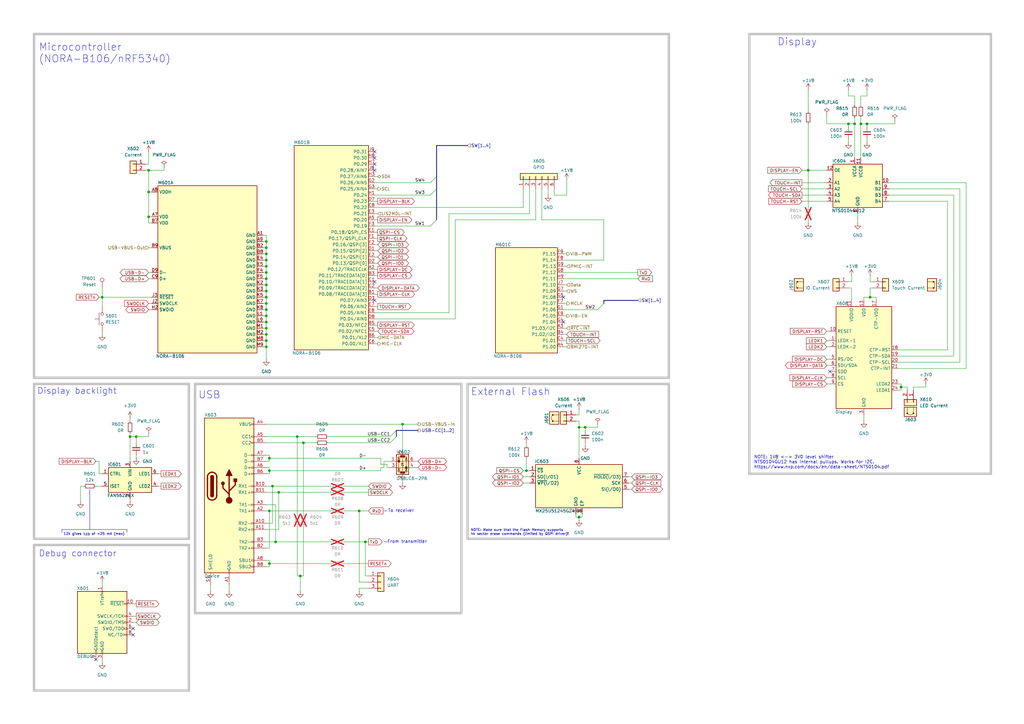
<source format=kicad_sch>
(kicad_sch (version 20250114) (generator "eeschema") (generator_version "9.0")
  (paper "A3")
  (title_block (title "MCU") (date "2025-07-13") (rev "${REVISION}") (company "${COMPANY}"))
  (text "From transmitter" (at 167.005 222.25 0) (effects (font (size 1.27 1.27))))
  (text "To receiver" (at 164.465 209.55 0) (effects (font (size 1.27 1.27))))
  (text "12k gives I_{LED} of <25 mA (max)" (at 26.035 219.71 0) (effects (font (size 1 1)) (justify left bottom)))
  (text "NOTE: Make sure that the Flash Memory supports\n4k sector erase commands (limited by QSPI driver)!" (at 193.04 219.71 0) (effects (font (size 1 1)) (justify left bottom)))
  (text "Display backlight" (at 15.24 161.925 0) (effects (font (size 2.5 2.5)) (justify left bottom)))
  (text "Display" (at 318.77 19.05 0) (effects (font (size 3 3)) (justify left bottom)))
  (text "Debug connector" (at 15.875 228.6 0) (effects (font (size 2.5 2.5)) (justify left bottom)))
  (text "USB" (at 81.28 163.83 0) (effects (font (size 3 3)) (justify left bottom)))
  (text "NOTE: 1V8 <-> 3V0 level shifter\nNTS0104GU12 has internal pullups. Works for I2C.\nhttps://www.nxp.com/docs/en/data-sheet/NTS0104.pdf" (at 309.245 192.405 0) (effects (font (size 1.27 1.27)) (justify left bottom)))
  (text "Microcontroller\n(NORA-B106/nRF5340)" (at 15.875 26.035 0) (effects (font (size 3 3)) (justify left bottom)))
  (text "External Flash" (at 193.04 162.56 0) (effects (font (size 3 3)) (justify left bottom)))
  (junction (at 109.22 124.46))
  (junction (at 109.22 109.22))
  (junction (at 124.46 181.61))
  (junction (at 109.22 101.6))
  (junction (at 109.22 132.08))
  (junction (at 110.49 187.96))
  (junction (at 109.22 116.84))
  (junction (at 215.9 193.04))
  (junction (at 240.03 175.26))
  (junction (at 109.22 114.3))
  (junction (at 109.22 139.7))
  (junction (at 147.32 209.55))
  (junction (at 347.98 50.8))
  (junction (at 60.96 69.85))
  (junction (at 109.22 111.76))
  (junction (at 53.34 179.07))
  (junction (at 113.03 222.25))
  (junction (at 109.22 142.24))
  (junction (at 353.06 50.8))
  (junction (at 111.76 199.39))
  (junction (at 109.22 106.68))
  (junction (at 109.22 119.38))
  (junction (at 121.92 179.07))
  (junction (at 109.22 129.54))
  (junction (at 109.22 99.06))
  (junction (at 109.22 121.92))
  (junction (at 149.86 222.25))
  (junction (at 55.88 179.07))
  (junction (at 165.1 173.99))
  (junction (at 350.52 50.8))
  (junction (at 123.19 236.22))
  (junction (at 109.22 137.16))
  (junction (at 41.91 121.92))
  (junction (at 369.57 158.75))
  (junction (at 110.49 231.14))
  (junction (at 60.96 78.74))
  (junction (at 109.22 134.62))
  (junction (at 331.47 69.85))
  (junction (at 237.49 175.26))
  (junction (at 110.49 209.55))
  (junction (at 109.22 127))
  (junction (at 109.22 104.14))
  (junction (at 60.96 88.9))
  (junction (at 356.87 121.92))
  (junction (at 110.49 193.04))
  (junction (at 355.6 50.8))
  (junction (at 237.49 212.09))
  (junction (at 114.3 201.93))
  (no_connect (at 340.36 152.4))
  (no_connect (at 153.67 115.57))
  (no_connect (at 153.67 67.31))
  (no_connect (at 153.67 69.85))
  (no_connect (at 153.67 123.19))
  (no_connect (at 153.67 62.23))
  (no_connect (at 54.61 260.35))
  (no_connect (at 231.14 121.92))
  (no_connect (at 153.67 64.77))
  (no_connect (at 39.37 270.51))
  (no_connect (at 231.14 132.08))
  (no_connect (at 54.61 257.81))
  (bus_entry (at 247.65 124.46) (size -2.54 2.54))
  (bus_entry (at 179.07 72.39) (size -2.54 2.54))
  (bus_entry (at 160.02 181.61) (size 2.54 -2.54))
  (bus_entry (at 179.07 90.17) (size -2.54 2.54))
  (bus_entry (at 160.02 179.07) (size 2.54 -2.54))
  (bus_entry (at 179.07 77.47) (size -2.54 2.54))
  (wire (pts (xy 354.33 170.18) (xy 354.33 172.72)))
  (wire (pts (xy 237.49 172.72) (xy 237.49 175.26)))
  (wire (pts (xy 41.91 199.39) (xy 39.37 199.39)))
  (wire (pts (xy 40.64 194.31) (xy 40.64 189.23)))
  (wire (pts (xy 339.09 147.32) (xy 340.36 147.32)))
  (wire (pts (xy 140.97 209.55) (xy 147.32 209.55)))
  (wire (pts (xy 55.88 179.07) (xy 55.88 181.61)))
  (wire (pts (xy 55.88 179.07) (xy 53.34 179.07)))
  (wire (pts (xy 110.49 232.41) (xy 109.22 232.41)))
  (wire (pts (xy 240.03 175.26) (xy 240.03 176.53)))
  (wire (pts (xy 55.88 186.69) (xy 55.88 187.96)))
  (wire (pts (xy 349.25 113.03) (xy 349.25 115.57)))
  (wire (pts (xy 186.69 90.17) (xy 186.69 130.81)))
  (wire (pts (xy 153.67 140.97) (xy 154.94 140.97)))
  (polyline (pts (xy 52.07 217.17) (xy 52.07 218.44)))
  (wire (pts (xy 109.22 222.25) (xy 113.03 222.25)))
  (wire (pts (xy 149.86 236.22) (xy 149.86 222.25)))
  (wire (pts (xy 353.06 48.26) (xy 353.06 50.8)))
  (wire (pts (xy 339.09 139.7) (xy 340.36 139.7)))
  (wire (pts (xy 109.22 142.24) (xy 109.22 147.32)))
  (wire (pts (xy 339.09 46.99) (xy 339.09 50.8)))
  (polyline (pts (xy 274.32 13.97) (xy 13.97 13.97)) (stroke (width 1) (type solid) (color 194 194 194 1)))
  (wire (pts (xy 41.91 121.92) (xy 41.91 125.73)))
  (wire (pts (xy 391.16 80.01) (xy 391.16 146.05)))
  (wire (pts (xy 147.32 209.55) (xy 151.13 209.55)))
  (wire (pts (xy 240.03 181.61) (xy 240.03 182.88)))
  (wire (pts (xy 372.11 158.75) (xy 372.11 160.02)))
  (wire (pts (xy 109.22 99.06) (xy 109.22 101.6)))
  (wire (pts (xy 109.22 111.76) (xy 109.22 114.3)))
  (wire (pts (xy 60.96 62.23) (xy 60.96 67.31)))
  (wire (pts (xy 153.67 135.89) (xy 154.94 135.89)))
  (wire (pts (xy 121.92 179.07) (xy 121.92 210.82)))
  (wire (pts (xy 110.49 191.77) (xy 110.49 193.04)))
  (polyline (pts (xy 274.32 154.94) (xy 13.97 154.94)) (stroke (width 1) (type solid) (color 194 194 194 1)))
  (bus (pts (xy 247.65 123.19) (xy 247.65 124.46)))
  (wire (pts (xy 153.67 113.03) (xy 154.94 113.03)))
  (wire (pts (xy 374.65 158.75) (xy 379.73 158.75)))
  (wire (pts (xy 53.34 171.45) (xy 53.34 172.72)))
  (wire (pts (xy 110.49 231.14) (xy 135.89 231.14)))
  (polyline (pts (xy 25.4 217.17) (xy 25.4 218.44)))
  (wire (pts (xy 67.31 69.85) (xy 67.31 68.58)))
  (wire (pts (xy 109.22 127) (xy 109.22 129.54)))
  (wire (pts (xy 238.76 210.82) (xy 238.76 212.09)))
  (wire (pts (xy 247.65 106.68) (xy 247.65 90.17)))
  (wire (pts (xy 369.57 160.02) (xy 369.57 158.75)))
  (wire (pts (xy 140.97 231.14) (xy 151.13 231.14)))
  (wire (pts (xy 368.3 151.13) (xy 396.24 151.13)))
  (wire (pts (xy 231.14 119.38) (xy 232.41 119.38)))
  (wire (pts (xy 214.63 77.47) (xy 214.63 85.09)))
  (wire (pts (xy 153.67 120.65) (xy 154.94 120.65)))
  (wire (pts (xy 109.22 209.55) (xy 110.49 209.55)))
  (wire (pts (xy 232.41 73.66) (xy 232.41 80.01)))
  (wire (pts (xy 231.14 137.16) (xy 232.41 137.16)))
  (wire (pts (xy 170.18 191.77) (xy 171.45 191.77)))
  (wire (pts (xy 328.93 82.55) (xy 339.09 82.55)))
  (wire (pts (xy 245.11 175.26) (xy 245.11 173.99)))
  (wire (pts (xy 147.32 241.3) (xy 151.13 241.3)))
  (wire (pts (xy 153.67 100.33) (xy 154.94 100.33)))
  (wire (pts (xy 124.46 181.61) (xy 124.46 210.82)))
  (wire (pts (xy 153.67 82.55) (xy 154.94 82.55)))
  (wire (pts (xy 59.69 67.31) (xy 60.96 67.31)))
  (wire (pts (xy 111.76 214.63) (xy 111.76 199.39)))
  (wire (pts (xy 109.22 134.62) (xy 107.95 134.62)))
  (bus (pts (xy 179.07 72.39) (xy 179.07 77.47)))
  (polyline (pts (xy 38.1 217.17) (xy 25.4 217.17)))
  (wire (pts (xy 153.67 72.39) (xy 154.94 72.39)))
  (polyline (pts (xy 307.34 194.31) (xy 406.4 194.31)) (stroke (width 1) (type solid) (color 194 194 194 1)))
  (wire (pts (xy 153.67 80.01) (xy 176.53 80.01)))
  (polyline (pts (xy 36.83 200.66) (xy 36.83 207.01)))
  (wire (pts (xy 109.22 124.46) (xy 109.22 127)))
  (wire (pts (xy 109.22 173.99) (xy 165.1 173.99)))
  (wire (pts (xy 41.91 270.51) (xy 41.91 271.78)))
  (wire (pts (xy 109.22 137.16) (xy 109.22 139.7)))
  (polyline (pts (xy 274.32 157.48) (xy 274.32 220.98)) (stroke (width 1) (type solid) (color 194 194 194 1)))
  (wire (pts (xy 339.09 142.24) (xy 340.36 142.24)))
  (wire (pts (xy 151.13 236.22) (xy 149.86 236.22)))
  (polyline (pts (xy 406.4 194.31) (xy 406.4 13.97)) (stroke (width 1) (type solid) (color 194 194 194 1)))
  (wire (pts (xy 109.22 137.16) (xy 107.95 137.16)))
  (wire (pts (xy 339.09 50.8) (xy 347.98 50.8)))
  (wire (pts (xy 217.17 77.47) (xy 217.17 87.63)))
  (wire (pts (xy 236.22 210.82) (xy 236.22 212.09)))
  (wire (pts (xy 39.37 189.23) (xy 40.64 189.23)))
  (wire (pts (xy 331.47 69.85) (xy 339.09 69.85)))
  (wire (pts (xy 135.89 201.93) (xy 114.3 201.93)))
  (wire (pts (xy 237.49 167.64) (xy 237.49 170.18)))
  (wire (pts (xy 165.1 196.85) (xy 165.1 198.12)))
  (wire (pts (xy 60.96 124.46) (xy 62.23 124.46)))
  (wire (pts (xy 331.47 69.85) (xy 331.47 85.09)))
  (wire (pts (xy 231.14 111.76) (xy 261.62 111.76)))
  (wire (pts (xy 214.63 198.12) (xy 217.17 198.12)))
  (wire (pts (xy 231.14 134.62) (xy 232.41 134.62)))
  (wire (pts (xy 186.69 130.81) (xy 153.67 130.81)))
  (polyline (pts (xy 191.77 157.48) (xy 191.77 220.98)) (stroke (width 1) (type solid) (color 194 194 194 1)))
  (wire (pts (xy 149.86 222.25) (xy 151.13 222.25)))
  (wire (pts (xy 237.49 175.26) (xy 240.03 175.26)))
  (wire (pts (xy 109.22 217.17) (xy 114.3 217.17)))
  (wire (pts (xy 359.41 121.92) (xy 359.41 123.19)))
  (wire (pts (xy 53.34 204.47) (xy 53.34 205.74)))
  (wire (pts (xy 53.34 179.07) (xy 53.34 189.23)))
  (wire (pts (xy 356.87 113.03) (xy 356.87 115.57)))
  (polyline (pts (xy 80.01 157.48) (xy 189.23 157.48)) (stroke (width 1) (type solid) (color 194 194 194 1)))
  (wire (pts (xy 109.22 119.38) (xy 107.95 119.38)))
  (wire (pts (xy 217.17 87.63) (xy 184.15 87.63)))
  (wire (pts (xy 153.67 118.11) (xy 154.94 118.11)))
  (wire (pts (xy 237.49 212.09) (xy 238.76 212.09)))
  (wire (pts (xy 236.22 170.18) (xy 237.49 170.18)))
  (bus (pts (xy 191.77 59.69) (xy 179.07 59.69)))
  (wire (pts (xy 331.47 36.83) (xy 331.47 45.72)))
  (wire (pts (xy 129.54 181.61) (xy 124.46 181.61)))
  (wire (pts (xy 60.96 111.76) (xy 62.23 111.76)))
  (wire (pts (xy 109.22 121.92) (xy 109.22 124.46)))
  (wire (pts (xy 109.22 127) (xy 107.95 127)))
  (wire (pts (xy 109.22 186.69) (xy 110.49 186.69)))
  (wire (pts (xy 219.71 90.17) (xy 186.69 90.17)))
  (polyline (pts (xy 38.1 217.17) (xy 52.07 217.17)))
  (wire (pts (xy 60.96 88.9) (xy 60.96 78.74)))
  (wire (pts (xy 54.61 247.65) (xy 55.88 247.65)))
  (wire (pts (xy 110.49 187.96) (xy 156.21 187.96)))
  (wire (pts (xy 231.14 129.54) (xy 232.41 129.54)))
  (polyline (pts (xy 77.47 157.48) (xy 77.47 220.98)) (stroke (width 1) (type solid) (color 194 194 194 1)))
  (wire (pts (xy 396.24 74.93) (xy 364.49 74.93)))
  (wire (pts (xy 231.14 114.3) (xy 261.62 114.3)))
  (polyline (pts (xy 307.34 13.97) (xy 307.34 194.31)) (stroke (width 1) (type solid) (color 194 194 194 1)))
  (polyline (pts (xy 274.32 13.97) (xy 274.32 154.94)) (stroke (width 1) (type solid) (color 194 194 194 1)))
  (wire (pts (xy 109.22 111.76) (xy 107.95 111.76)))
  (wire (pts (xy 153.67 90.17) (xy 154.94 90.17)))
  (wire (pts (xy 135.89 199.39) (xy 111.76 199.39)))
  (wire (pts (xy 328.93 69.85) (xy 331.47 69.85)))
  (wire (pts (xy 109.22 116.84) (xy 109.22 119.38)))
  (wire (pts (xy 109.22 229.87) (xy 110.49 229.87)))
  (wire (pts (xy 109.22 191.77) (xy 110.49 191.77)))
  (wire (pts (xy 109.22 116.84) (xy 107.95 116.84)))
  (bus (pts (xy 162.56 179.07) (xy 162.56 176.53)))
  (polyline (pts (xy 274.32 157.48) (xy 191.77 157.48)) (stroke (width 1) (type solid) (color 194 194 194 1)))
  (wire (pts (xy 60.96 101.6) (xy 62.23 101.6)))
  (wire (pts (xy 393.7 77.47) (xy 393.7 148.59)))
  (wire (pts (xy 124.46 236.22) (xy 124.46 215.9)))
  (wire (pts (xy 358.14 115.57) (xy 356.87 115.57)))
  (wire (pts (xy 129.54 179.07) (xy 121.92 179.07)))
  (wire (pts (xy 153.67 97.79) (xy 154.94 97.79)))
  (wire (pts (xy 60.96 91.44) (xy 60.96 88.9)))
  (wire (pts (xy 60.96 69.85) (xy 67.31 69.85)))
  (wire (pts (xy 350.52 50.8) (xy 350.52 64.77)))
  (wire (pts (xy 231.14 116.84) (xy 232.41 116.84)))
  (wire (pts (xy 147.32 241.3) (xy 147.32 242.57)))
  (wire (pts (xy 110.49 193.04) (xy 110.49 194.31)))
  (wire (pts (xy 231.14 106.68) (xy 247.65 106.68)))
  (wire (pts (xy 158.75 191.77) (xy 160.02 191.77)))
  (wire (pts (xy 237.49 175.26) (xy 237.49 187.96)))
  (polyline (pts (xy 157.48 209.55) (xy 158.75 209.55)))
  (wire (pts (xy 109.22 96.52) (xy 109.22 99.06)))
  (wire (pts (xy 156.21 187.96) (xy 156.21 190.5)))
  (wire (pts (xy 153.67 74.93) (xy 176.53 74.93)))
  (polyline (pts (xy 274.32 220.98) (xy 191.77 220.98)) (stroke (width 1) (type solid) (color 194 194 194 1)))
  (wire (pts (xy 157.48 191.77) (xy 157.48 189.23)))
  (polyline (pts (xy 13.97 223.52) (xy 77.47 223.52)) (stroke (width 1) (type solid) (color 194 194 194 1)))
  (wire (pts (xy 111.76 199.39) (xy 109.22 199.39)))
  (wire (pts (xy 151.13 238.76) (xy 147.32 238.76)))
  (wire (pts (xy 153.67 87.63) (xy 154.94 87.63)))
  (wire (pts (xy 41.91 238.76) (xy 41.91 240.03)))
  (wire (pts (xy 110.49 193.04) (xy 156.21 193.04)))
  (wire (pts (xy 109.22 194.31) (xy 110.49 194.31)))
  (wire (pts (xy 55.88 179.07) (xy 60.96 179.07)))
  (wire (pts (xy 396.24 74.93) (xy 396.24 151.13)))
  (wire (pts (xy 109.22 104.14) (xy 107.95 104.14)))
  (polyline (pts (xy 189.23 157.48) (xy 189.23 251.46)) (stroke (width 1) (type solid) (color 194 194 194 1)))
  (wire (pts (xy 109.22 119.38) (xy 109.22 121.92)))
  (wire (pts (xy 54.61 255.27) (xy 55.88 255.27)))
  (wire (pts (xy 170.18 189.23) (xy 171.45 189.23)))
  (wire (pts (xy 109.22 96.52) (xy 107.95 96.52)))
  (wire (pts (xy 40.64 121.92) (xy 41.91 121.92)))
  (wire (pts (xy 110.49 231.14) (xy 110.49 232.41)))
  (polyline (pts (xy 77.47 157.48) (xy 13.97 157.48)) (stroke (width 1) (type solid) (color 194 194 194 1)))
  (wire (pts (xy 331.47 50.8) (xy 331.47 69.85)))
  (wire (pts (xy 215.9 193.04) (xy 217.17 193.04)))
  (wire (pts (xy 109.22 99.06) (xy 107.95 99.06)))
  (wire (pts (xy 109.22 129.54) (xy 109.22 132.08)))
  (wire (pts (xy 109.22 134.62) (xy 109.22 137.16)))
  (wire (pts (xy 110.49 229.87) (xy 110.49 231.14)))
  (wire (pts (xy 214.63 193.04) (xy 215.9 193.04)))
  (wire (pts (xy 369.57 158.75) (xy 369.57 157.48)))
  (wire (pts (xy 109.22 132.08) (xy 107.95 132.08)))
  (wire (pts (xy 64.77 199.39) (xy 66.04 199.39)))
  (wire (pts (xy 140.97 199.39) (xy 151.13 199.39)))
  (wire (pts (xy 124.46 181.61) (xy 109.22 181.61)))
  (wire (pts (xy 388.62 82.55) (xy 388.62 143.51)))
  (polyline (pts (xy 406.4 13.97) (xy 307.34 13.97)) (stroke (width 1) (type solid) (color 194 194 194 1)))
  (wire (pts (xy 214.63 195.58) (xy 217.17 195.58)))
  (wire (pts (xy 109.22 142.24) (xy 107.95 142.24)))
  (wire (pts (xy 231.14 127) (xy 245.11 127)))
  (wire (pts (xy 59.69 69.85) (xy 60.96 69.85)))
  (bus (pts (xy 179.07 59.69) (xy 179.07 72.39)))
  (wire (pts (xy 328.93 77.47) (xy 339.09 77.47)))
  (wire (pts (xy 328.93 74.93) (xy 339.09 74.93)))
  (wire (pts (xy 351.79 87.63) (xy 351.79 91.44)))
  (wire (pts (xy 219.71 77.47) (xy 219.71 90.17)))
  (wire (pts (xy 109.22 207.01) (xy 113.03 207.01)))
  (wire (pts (xy 54.61 252.73) (xy 55.88 252.73)))
  (wire (pts (xy 328.93 80.01) (xy 339.09 80.01)))
  (wire (pts (xy 367.03 50.8) (xy 367.03 49.53)))
  (wire (pts (xy 165.1 173.99) (xy 165.1 184.15)))
  (wire (pts (xy 347.98 52.07) (xy 347.98 50.8)))
  (wire (pts (xy 109.22 114.3) (xy 109.22 116.84)))
  (wire (pts (xy 339.09 135.89) (xy 340.36 135.89)))
  (wire (pts (xy 231.14 124.46) (xy 232.41 124.46)))
  (polyline (pts (xy 77.47 220.98) (xy 13.97 220.98)) (stroke (width 1) (type solid) (color 194 194 194 1)))
  (wire (pts (xy 350.52 39.37) (xy 350.52 43.18)))
  (wire (pts (xy 350.52 48.26) (xy 350.52 50.8)))
  (wire (pts (xy 231.14 142.24) (xy 232.41 142.24)))
  (wire (pts (xy 374.65 160.02) (xy 374.65 158.75)))
  (wire (pts (xy 153.67 102.87) (xy 154.94 102.87)))
  (wire (pts (xy 109.22 139.7) (xy 107.95 139.7)))
  (wire (pts (xy 356.87 121.92) (xy 359.41 121.92)))
  (wire (pts (xy 124.46 236.22) (xy 123.19 236.22)))
  (wire (pts (xy 109.22 109.22) (xy 109.22 111.76)))
  (wire (pts (xy 34.29 199.39) (xy 33.02 199.39)))
  (wire (pts (xy 123.19 236.22) (xy 123.19 242.57)))
  (wire (pts (xy 355.6 36.83) (xy 355.6 39.37)))
  (wire (pts (xy 184.15 87.63) (xy 184.15 128.27)))
  (wire (pts (xy 41.91 121.92) (xy 62.23 121.92)))
  (wire (pts (xy 224.79 77.47) (xy 224.79 80.01)))
  (wire (pts (xy 121.92 179.07) (xy 109.22 179.07)))
  (wire (pts (xy 114.3 201.93) (xy 114.3 217.17)))
  (wire (pts (xy 113.03 222.25) (xy 135.89 222.25)))
  (wire (pts (xy 134.62 181.61) (xy 160.02 181.61)))
  (bus (pts (xy 162.56 176.53) (xy 171.45 176.53)))
  (wire (pts (xy 355.6 52.07) (xy 355.6 50.8)))
  (wire (pts (xy 379.73 158.75) (xy 379.73 157.48)))
  (wire (pts (xy 33.02 199.39) (xy 33.02 205.74)))
  (wire (pts (xy 240.03 175.26) (xy 245.11 175.26)))
  (polyline (pts (xy 13.97 157.48) (xy 13.97 220.98)) (stroke (width 1) (type solid) (color 194 194 194 1)))
  (wire (pts (xy 109.22 214.63) (xy 111.76 214.63)))
  (wire (pts (xy 109.22 139.7) (xy 109.22 142.24)))
  (wire (pts (xy 364.49 82.55) (xy 388.62 82.55)))
  (wire (pts (xy 140.97 222.25) (xy 149.86 222.25)))
  (wire (pts (xy 153.67 95.25) (xy 154.94 95.25)))
  (bus (pts (xy 179.07 77.47) (xy 179.07 90.17)))
  (wire (pts (xy 339.09 154.94) (xy 340.36 154.94)))
  (wire (pts (xy 153.67 105.41) (xy 154.94 105.41)))
  (wire (pts (xy 41.91 194.31) (xy 40.64 194.31)))
  (polyline (pts (xy 80.01 251.46) (xy 189.23 251.46)) (stroke (width 1) (type solid) (color 194 194 194 1)))
  (wire (pts (xy 109.22 121.92) (xy 107.95 121.92)))
  (wire (pts (xy 109.22 106.68) (xy 107.95 106.68)))
  (wire (pts (xy 134.62 179.07) (xy 160.02 179.07)))
  (wire (pts (xy 109.22 132.08) (xy 109.22 134.62)))
  (wire (pts (xy 354.33 121.92) (xy 356.87 121.92)))
  (wire (pts (xy 109.22 101.6) (xy 109.22 104.14)))
  (polyline (pts (xy 13.97 13.97) (xy 13.97 154.94)) (stroke (width 1) (type solid) (color 194 194 194 1)))
  (wire (pts (xy 153.67 77.47) (xy 154.94 77.47)))
  (wire (pts (xy 60.96 114.3) (xy 62.23 114.3)))
  (wire (pts (xy 113.03 207.01) (xy 113.03 222.25)))
  (wire (pts (xy 368.3 157.48) (xy 369.57 157.48)))
  (wire (pts (xy 153.67 107.95) (xy 154.94 107.95)))
  (wire (pts (xy 60.96 69.85) (xy 60.96 78.74)))
  (wire (pts (xy 93.98 240.03) (xy 93.98 242.57)))
  (wire (pts (xy 355.6 50.8) (xy 367.03 50.8)))
  (wire (pts (xy 247.65 90.17) (xy 222.25 90.17)))
  (wire (pts (xy 86.36 240.03) (xy 86.36 242.57)))
  (wire (pts (xy 231.14 109.22) (xy 232.41 109.22)))
  (wire (pts (xy 347.98 57.15) (xy 347.98 58.42)))
  (wire (pts (xy 153.67 125.73) (xy 154.94 125.73)))
  (wire (pts (xy 368.3 146.05) (xy 391.16 146.05)))
  (wire (pts (xy 156.21 191.77) (xy 156.21 193.04)))
  (wire (pts (xy 110.49 224.79) (xy 110.49 209.55)))
  (wire (pts (xy 347.98 50.8) (xy 350.52 50.8)))
  (wire (pts (xy 109.22 106.68) (xy 109.22 109.22)))
  (wire (pts (xy 109.22 129.54) (xy 107.95 129.54)))
  (wire (pts (xy 109.22 114.3) (xy 107.95 114.3)))
  (wire (pts (xy 237.49 212.09) (xy 237.49 213.36)))
  (wire (pts (xy 140.97 201.93) (xy 151.13 201.93)))
  (bus (pts (xy 261.62 123.19) (xy 247.65 123.19)))
  (polyline (pts (xy 13.97 283.21) (xy 77.47 283.21)) (stroke (width 1) (type solid) (color 194 194 194 1)))
  (wire (pts (xy 147.32 238.76) (xy 147.32 209.55)))
  (wire (pts (xy 41.91 118.11) (xy 41.91 121.92)))
  (wire (pts (xy 257.81 198.12) (xy 259.08 198.12)))
  (wire (pts (xy 347.98 115.57) (xy 349.25 115.57)))
  (wire (pts (xy 356.87 118.11) (xy 356.87 121.92)))
  (wire (pts (xy 156.21 190.5) (xy 158.75 190.5)))
  (wire (pts (xy 358.14 118.11) (xy 356.87 118.11)))
  (polyline (pts (xy 77.47 223.52) (xy 77.47 283.21)) (stroke (width 1) (type solid) (color 194 194 194 1)))
  (wire (pts (xy 110.49 186.69) (xy 110.49 187.96)))
  (wire (pts (xy 231.14 104.14) (xy 232.41 104.14)))
  (wire (pts (xy 215.9 187.96) (xy 215.9 193.04)))
  (wire (pts (xy 364.49 80.01) (xy 391.16 80.01)))
  (wire (pts (xy 227.33 80.01) (xy 227.33 77.47)))
  (wire (pts (xy 232.41 80.01) (xy 227.33 80.01)))
  (polyline (pts (xy 36.83 207.01) (xy 36.83 217.17)))
  (wire (pts (xy 257.81 195.58) (xy 259.08 195.58)))
  (wire (pts (xy 364.49 77.47) (xy 393.7 77.47)))
  (wire (pts (xy 165.1 173.99) (xy 171.45 173.99)))
  (wire (pts (xy 110.49 209.55) (xy 135.89 209.55)))
  (wire (pts (xy 347.98 36.83) (xy 347.98 39.37)))
  (polyline (pts (xy 13.97 223.52) (xy 13.97 283.21)) (stroke (width 1) (type solid) (color 194 194 194 1)))
  (wire (pts (xy 60.96 78.74) (xy 62.23 78.74)))
  (wire (pts (xy 153.67 85.09) (xy 214.63 85.09)))
  (wire (pts (xy 339.09 149.86) (xy 340.36 149.86)))
  (wire (pts (xy 368.3 143.51) (xy 388.62 143.51)))
  (wire (pts (xy 231.14 139.7) (xy 232.41 139.7)))
  (wire (pts (xy 353.06 43.18) (xy 353.06 39.37)))
  (wire (pts (xy 64.77 194.31) (xy 66.04 194.31)))
  (wire (pts (xy 114.3 201.93) (xy 109.22 201.93)))
  (wire (pts (xy 355.6 50.8) (xy 353.06 50.8)))
  (wire (pts (xy 121.92 215.9) (xy 121.92 236.22)))
  (wire (pts (xy 109.22 189.23) (xy 110.49 189.23)))
  (wire (pts (xy 109.22 124.46) (xy 107.95 124.46)))
  (wire (pts (xy 353.06 50.8) (xy 353.06 64.77)))
  (polyline (pts (xy 80.01 157.48) (xy 80.01 251.46)) (stroke (width 1) (type solid) (color 194 194 194 1)))
  (wire (pts (xy 60.96 127) (xy 62.23 127)))
  (wire (pts (xy 257.81 200.66) (xy 259.08 200.66)))
  (wire (pts (xy 158.75 190.5) (xy 158.75 191.77)))
  (wire (pts (xy 354.33 123.19) (xy 354.33 121.92)))
  (wire (pts (xy 153.67 138.43) (xy 154.94 138.43)))
  (wire (pts (xy 369.57 158.75) (xy 372.11 158.75)))
  (wire (pts (xy 153.67 92.71) (xy 176.53 92.71)))
  (wire (pts (xy 60.96 88.9) (xy 62.23 88.9)))
  (wire (pts (xy 153.67 133.35) (xy 154.94 133.35)))
  (wire (pts (xy 110.49 187.96) (xy 110.49 189.23)))
  (wire (pts (xy 339.09 157.48) (xy 340.36 157.48)))
  (wire (pts (xy 331.47 90.17) (xy 331.47 91.44)))
  (wire (pts (xy 62.23 91.44) (xy 60.96 91.44)))
  (wire (pts (xy 153.67 110.49) (xy 154.94 110.49)))
  (wire (pts (xy 215.9 181.61) (xy 215.9 182.88)))
  (wire (pts (xy 109.22 109.22) (xy 107.95 109.22)))
  (wire (pts (xy 368.3 160.02) (xy 369.57 160.02)))
  (wire (pts (xy 236.22 212.09) (xy 237.49 212.09)))
  (wire (pts (xy 41.91 135.89) (xy 41.91 137.16)))
  (wire (pts (xy 156.21 191.77) (xy 157.48 191.77)))
  (wire (pts (xy 157.48 189.23) (xy 160.02 189.23)))
  (wire (pts (xy 153.67 128.27) (xy 184.15 128.27)))
  (wire (pts (xy 353.06 39.37) (xy 355.6 39.37)))
  (wire (pts (xy 222.25 77.47) (xy 222.25 90.17)))
  (polyline (pts (xy 157.48 222.25) (xy 158.75 222.25)))
  (wire (pts (xy 347.98 39.37) (xy 350.52 39.37)))
  (wire (pts (xy 236.22 172.72) (xy 237.49 172.72)))
  (wire (pts (xy 109.22 224.79) (xy 110.49 224.79)))
  (wire (pts (xy 347.98 118.11) (xy 349.25 118.11)))
  (wire (pts (xy 109.22 101.6) (xy 107.95 101.6)))
  (wire (pts (xy 53.34 177.8) (xy 53.34 179.07)))
  (wire (pts (xy 60.96 179.07) (xy 60.96 177.8)))
  (wire (pts (xy 355.6 57.15) (xy 355.6 58.42)))
  (wire (pts (xy 393.7 148.59) (xy 368.3 148.59)))
  (wire (pts (xy 349.25 118.11) (xy 349.25 123.19)))
  (wire (pts (xy 121.92 236.22) (xy 123.19 236.22)))
  (wire (pts (xy 109.22 104.14) (xy 109.22 106.68)))
  (label "SW1" (at 170.18 92.71 0))
  (label "USB-CC2" (at 160.02 181.61 180))
  (label "SW4" (at 170.18 74.93 0))
  (label "SW2" (at 240.03 127 0))
  (label "SW3" (at 170.18 80.01 0))
  (label "D-" (at 147.32 187.96 0))
  (label "USB-CC1" (at 160.02 179.07 180))
  (label "D+" (at 147.32 193.04 0))
  (global_label "QSPI-CLK" (shape output) (at 154.94 97.79 0) (property "Intersheetrefs" "${INTERSHEET_REFS}" (effects (hide yes))))
  (global_label "DISPLAY-RST" (shape output) (at 154.94 133.35 0) (property "Intersheetrefs" "${INTERSHEET_REFS}" (effects (hide yes))))
  (global_label "SWDCLK" (shape output) (at 151.13 201.93 0) (property "Intersheetrefs" "${INTERSHEET_REFS}" (effects (hide yes))))
  (global_label "SWDCLK" (shape input) (at 60.96 124.46 180) (property "Intersheetrefs" "${INTERSHEET_REFS}" (effects (hide yes))))
  (global_label "USB-D+" (shape bidirectional) (at 171.45 189.23 0) (property "Intersheetrefs" "${INTERSHEET_REFS}" (effects (hide yes))))
  (global_label "TxD" (shape output) (at 151.13 222.25 0) (property "Intersheetrefs" "${INTERSHEET_REFS}" (effects (hide yes))))
  (global_label "QSPI-CS" (shape output) (at 154.94 95.25 0) (property "Intersheetrefs" "${INTERSHEET_REFS}" (effects (hide yes))))
  (global_label "QSPI-IO0" (shape bidirectional) (at 259.08 200.66 0) (property "Intersheetrefs" "${INTERSHEET_REFS}" (effects (hide yes))))
  (global_label "TOUCH-SDA" (shape bidirectional) (at 154.94 135.89 0) (property "Intersheetrefs" "${INTERSHEET_REFS}" (effects (hide yes))))
  (global_label "LEDK2" (shape output) (at 66.04 199.39 0) (property "Intersheetrefs" "${INTERSHEET_REFS}" (effects (hide yes))))
  (global_label "TOUCH-RST" (shape output) (at 154.94 125.73 0) (property "Intersheetrefs" "${INTERSHEET_REFS}" (effects (hide yes))))
  (global_label "SWDIO" (shape bidirectional) (at 151.13 199.39 0) (property "Intersheetrefs" "${INTERSHEET_REFS}" (effects (hide yes))))
  (global_label "RESETn" (shape input) (at 40.64 121.92 180) (property "Intersheetrefs" "${INTERSHEET_REFS}" (effects (hide yes))))
  (global_label "SWDIO" (shape bidirectional) (at 55.88 255.27 0) (property "Intersheetrefs" "${INTERSHEET_REFS}" (effects (hide yes))))
  (global_label "LEDK1" (shape output) (at 66.04 194.31 0) (property "Intersheetrefs" "${INTERSHEET_REFS}" (effects (hide yes))))
  (global_label "SWDIO" (shape bidirectional) (at 60.96 127 180) (property "Intersheetrefs" "${INTERSHEET_REFS}" (effects (hide yes))))
  (global_label "QSPI-IO0" (shape bidirectional) (at 154.94 107.95 0) (property "Intersheetrefs" "${INTERSHEET_REFS}" (effects (hide yes))))
  (global_label "QSPI-IO3" (shape bidirectional) (at 154.94 100.33 0) (property "Intersheetrefs" "${INTERSHEET_REFS}" (effects (hide yes))))
  (global_label "QSPI-IO1" (shape bidirectional) (at 214.63 195.58 180) (property "Intersheetrefs" "${INTERSHEET_REFS}" (effects (hide yes))))
  (global_label "QSPI-IO1" (shape bidirectional) (at 154.94 105.41 0) (property "Intersheetrefs" "${INTERSHEET_REFS}" (effects (hide yes))))
  (global_label "DISPLAY-BLK" (shape input) (at 39.37 189.23 180) (property "Intersheetrefs" "${INTERSHEET_REFS}" (effects (hide yes))))
  (global_label "DISPLAY-CLK" (shape input) (at 339.09 154.94 180) (property "Intersheetrefs" "${INTERSHEET_REFS}" (effects (hide yes))))
  (global_label "DISPLAY-DATA" (shape bidirectional) (at 339.09 149.86 180) (property "Intersheetrefs" "${INTERSHEET_REFS}" (effects (hide yes))))
  (global_label "TOUCH-INT" (shape output) (at 328.93 74.93 180) (property "Intersheetrefs" "${INTERSHEET_REFS}" (effects (hide yes))))
  (global_label "QSPI-CLK" (shape input) (at 259.08 198.12 0) (property "Intersheetrefs" "${INTERSHEET_REFS}" (effects (hide yes))))
  (global_label "DISPLAY-DATA" (shape bidirectional) (at 154.94 118.11 0) (property "Intersheetrefs" "${INTERSHEET_REFS}" (effects (hide yes))))
  (global_label "DISPLAY-DC" (shape output) (at 154.94 110.49 0) (property "Intersheetrefs" "${INTERSHEET_REFS}" (effects (hide yes))))
  (global_label "TOUCH-INT" (shape input) (at 232.41 137.16 0) (property "Intersheetrefs" "${INTERSHEET_REFS}" (effects (hide yes))))
  (global_label "TOUCH-SCL" (shape output) (at 232.41 139.7 0) (property "Intersheetrefs" "${INTERSHEET_REFS}" (effects (hide yes))))
  (global_label "QSPI-IO3" (shape bidirectional) (at 259.08 195.58 0) (property "Intersheetrefs" "${INTERSHEET_REFS}" (effects (hide yes))))
  (global_label "TOUCH-RST" (shape input) (at 328.93 82.55 180) (property "Intersheetrefs" "${INTERSHEET_REFS}" (effects (hide yes))))
  (global_label "QSPI-IO2" (shape bidirectional) (at 154.94 102.87 0) (property "Intersheetrefs" "${INTERSHEET_REFS}" (effects (hide yes))))
  (global_label "LEDK2" (shape input) (at 339.09 142.24 180) (property "Intersheetrefs" "${INTERSHEET_REFS}" (effects (hide yes))))
  (global_label "DISPLAY-BLK" (shape output) (at 154.94 82.55 0) (property "Intersheetrefs" "${INTERSHEET_REFS}" (effects (hide yes))))
  (global_label "RxD" (shape input) (at 261.62 114.3 0) (property "Intersheetrefs" "${INTERSHEET_REFS}" (effects (hide yes))))
  (global_label "DISPLAY-CLK" (shape output) (at 154.94 120.65 0) (property "Intersheetrefs" "${INTERSHEET_REFS}" (effects (hide yes))))
  (global_label "RESETn" (shape output) (at 151.13 231.14 0) (property "Intersheetrefs" "${INTERSHEET_REFS}" (effects (hide yes))))
  (global_label "USB-D-" (shape bidirectional) (at 60.96 111.76 180) (property "Intersheetrefs" "${INTERSHEET_REFS}" (effects (hide yes))))
  (global_label "USB-D+" (shape bidirectional) (at 60.96 114.3 180) (property "Intersheetrefs" "${INTERSHEET_REFS}" (effects (hide yes))))
  (global_label "TOUCH-SCL" (shape input) (at 328.93 77.47 180) (property "Intersheetrefs" "${INTERSHEET_REFS}" (effects (hide yes))))
  (global_label "TOUCH-SDA" (shape output) (at 328.93 80.01 180) (property "Intersheetrefs" "${INTERSHEET_REFS}" (effects (hide yes))))
  (global_label "DISPLAY-CS" (shape input) (at 339.09 157.48 180) (property "Intersheetrefs" "${INTERSHEET_REFS}" (effects (hide yes))))
  (global_label "QSPI-IO2" (shape bidirectional) (at 214.63 198.12 180) (property "Intersheetrefs" "${INTERSHEET_REFS}" (effects (hide yes))))
  (global_label "LEDK1" (shape input) (at 339.09 139.7 180) (property "Intersheetrefs" "${INTERSHEET_REFS}" (effects (hide yes))))
  (global_label "SWDCLK" (shape output) (at 55.88 252.73 0) (property "Intersheetrefs" "${INTERSHEET_REFS}" (effects (hide yes))))
  (global_label "QSPI-CS" (shape input) (at 214.63 193.04 180) (property "Intersheetrefs" "${INTERSHEET_REFS}" (effects (hide yes))))
  (global_label "USB-D-" (shape bidirectional) (at 171.45 191.77 0) (property "Intersheetrefs" "${INTERSHEET_REFS}" (effects (hide yes))))
  (global_label "DISPLAY-CS" (shape output) (at 154.94 113.03 0) (property "Intersheetrefs" "${INTERSHEET_REFS}" (effects (hide yes))))
  (global_label "DISPLAY-DC" (shape input) (at 339.09 147.32 180) (property "Intersheetrefs" "${INTERSHEET_REFS}" (effects (hide yes))))
  (global_label "RxD" (shape input) (at 151.13 209.55 0) (property "Intersheetrefs" "${INTERSHEET_REFS}" (effects (hide yes))))
  (global_label "TxD" (shape output) (at 261.62 111.76 0) (property "Intersheetrefs" "${INTERSHEET_REFS}" (effects (hide yes))))
  (global_label "DISPLAY-EN" (shape output) (at 154.94 90.17 0) (property "Intersheetrefs" "${INTERSHEET_REFS}" (effects (hide yes))))
  (global_label "RESETn" (shape output) (at 55.88 247.65 0) (property "Intersheetrefs" "${INTERSHEET_REFS}" (effects (hide yes))))
  (global_label "DISPLAY-RST" (shape input) (at 339.09 135.89 180) (property "Intersheetrefs" "${INTERSHEET_REFS}" (effects (hide yes))))
  (global_label "DISPLAY-EN" (shape input) (at 328.93 69.85 180) (property "Intersheetrefs" "${INTERSHEET_REFS}" (effects (hide yes))))
  (hierarchical_label "PMIC-INT" (shape input) (at 232.41 109.22 0))
  (hierarchical_label "SW[1..4]" (shape input) (at 191.77 59.69 0))
  (hierarchical_label "USB-CC[1..2]" (shape output) (at 171.45 176.53 0))
  (hierarchical_label "SW[1..4]" (shape input) (at 261.62 123.19 0))
  (hierarchical_label "MIC-DATA" (shape input) (at 154.94 138.43 0))
  (hierarchical_label "USB-VBUS-In" (shape output) (at 171.45 173.99 0))
  (hierarchical_label "Data" (shape input) (at 232.41 116.84 0))
  (hierarchical_label "WS" (shape input) (at 232.41 119.38 0))
  (hierarchical_label "~{RTC-INT}" (shape input) (at 232.41 134.62 0))
  (hierarchical_label "USB-VBUS-Out" (shape input) (at 60.96 101.6 180))
  (hierarchical_label "SCL" (shape output) (at 154.94 77.47 0))
  (hierarchical_label "MCLK" (shape output) (at 232.41 124.46 0))
  (hierarchical_label "BMI270-INT" (shape input) (at 232.41 142.24 0))
  (hierarchical_label "SDA" (shape bidirectional) (at 154.94 72.39 0))
  (hierarchical_label "MIC-CLK" (shape output) (at 154.94 140.97 0))
  (hierarchical_label "LIS2MDL-INT" (shape input) (at 154.94 87.63 0))
  (hierarchical_label "VIB-EN" (shape output) (at 232.41 129.54 0))
  (hierarchical_label "VIB-PWM" (shape output) (at 232.41 104.14 0))
  (symbol (lib_id "power:GND") (at 55.88 187.96 0) (unit 1)
    (property "Reference" "#PWR0607" (effects (hide yes)))
    (property "Value" "GND" (at 58.42 189.23 0) (effects (justify left)))
    (property "Description" "Power symbol creates a global label with name \"GND\" , ground" (effects (hide yes)))
  )
  (symbol (lib_id "Connector:Conn_ARM_JTAG_SWD_10") (at 41.91 255.27 0) (unit 1)
    (property "Reference" "X601" (at 36.576 241.3 0) (effects (justify right)))
    (property "Value" "DEBUG" (at 38.1 269.24 0) (effects (justify right)))
    (property "Footprint" "Samtec:SHF-105-01-L-D-SM-TR" (effects (hide yes)))
    (property "Datasheet" "http://infocenter.arm.com/help/topic/com.arm.doc.ddi0314h/DDI0314H_coresight_components_trm.pdf" (effects (hide yes)))
    (property "Description" "Cortex Debug Connector, standard ARM Cortex-M SWD and JTAG interface" (effects (hide yes)))
    (property "manf" "Wurth Elektronik" (effects (hide yes)))
    (property "manf#" "62101021021" (effects (hide yes)))
    (property "mouser#" "710-62101021021" (effects (hide yes)))
  )
  (symbol (lib_id "Connector_Generic:Conn_01x02") (at 54.61 67.31 0) (mirror y) (unit 1)
    (property "Reference" "X602" (at 54.61 60.96 0))
    (property "Value" "Current" (at 54.61 63.5 0))
    (property "Footprint" "Connector_PinHeader_2.54mm:PinHeader_1x02_P2.54mm_Vertical" (effects (hide yes)))
    (property "Datasheet" "https://cdn.amphenol-cs.com/media/wysiwyg/files/documentation/datasheet/boardwiretoboard/bwb_bergstik.pdf" (effects (hide yes)))
    (property "Description" "Generic connector, single row, 01x02, script generated (kicad-library-utils/schlib/autogen/connector/)" (effects (hide yes)))
    (property "manf" "Amphenol FCI" (effects (hide yes)))
    (property "manf#" "77311-818-02LF" (effects (hide yes)))
    (property "mouser#" "649-77311-818-02LF" (effects (hide yes)))
  )
  (symbol (lib_id "power:GND") (at 86.36 242.57 0) (unit 1)
    (property "Reference" "#PWR0609" (effects (hide yes)))
    (property "Value" "GND" (at 86.36 247.65 0))
    (property "Description" "Power symbol creates a global label with name \"GND\" , ground" (effects (hide yes)))
  )
  (symbol (lib_id "power:GND") (at 41.91 137.16 0) (unit 1)
    (property "Reference" "#PWR0602" (effects (hide yes)))
    (property "Value" "GND" (at 41.91 142.24 0))
    (property "Description" "Power symbol creates a global label with name \"GND\" , ground" (effects (hide yes)))
  )
  (symbol (lib_id "power:+1V8") (at 215.9 181.61 0) (unit 1)
    (property "Reference" "#PWR0616" (effects (hide yes)))
    (property "Value" "+1V8" (at 215.9 177.8 0))
    (property "Description" "Power symbol creates a global label with name \"+1V8\"" (effects (hide yes)))
  )
  (symbol (lib_id "power:+1V8") (at 60.96 62.23 0) (unit 1)
    (property "Reference" "#PWR0608" (effects (hide yes)))
    (property "Value" "+1V8" (at 60.96 58.42 0))
    (property "Description" "Power symbol creates a global label with name \"+1V8\"" (effects (hide yes)))
  )
  (symbol (lib_id "power:PWR_FLAG") (at 339.09 46.99 0) (unit 1)
    (property "Reference" "#FLG0605" (effects (hide yes)))
    (property "Value" "PWR_FLAG" (at 339.09 41.91 0))
    (property "Description" "Special symbol for telling ERC where power comes from" (effects (hide yes)))
  )
  (symbol (lib_id "power:GND") (at 354.33 172.72 0) (unit 1)
    (property "Reference" "#PWR0627" (effects (hide yes)))
    (property "Value" "GND" (at 354.33 177.8 0))
    (property "Description" "Power symbol creates a global label with name \"GND\" , ground" (effects (hide yes)))
  )
  (symbol (lib_id "power:+1V8") (at 232.41 73.66 0) (unit 1)
    (property "Reference" "#PWR0617" (effects (hide yes)))
    (property "Value" "+1V8" (at 232.41 69.85 0))
    (property "Description" "Power symbol creates a global label with name \"+1V8\"" (effects (hide yes)))
  )
  (symbol (lib_id "Power_Protection:USBLC6-2P6") (at 165.1 189.23 0) (unit 1)
    (property "Reference" "IC602" (at 162.56 185.42 0) (effects (justify left)))
    (property "Value" "USBLC6-2P6" (at 162.56 196.215 0) (effects (justify left)))
    (property "Footprint" "Package_TO_SOT_SMD:SOT-666" (effects (hide yes)))
    (property "Datasheet" "https://www.st.com/resource/en/datasheet/usblc6-2.pdf" (effects (hide yes)))
    (property "Description" "Very low capacitance ESD protection diode, 2 data-line, SOT-666" (effects (hide yes)))
    (property "manf" "STMicroelectronics" (effects (hide yes)))
    (property "manf#" "USBLC6-2P6" (effects (hide yes)))
    (property "mouser#" "511-USBLC6-2P6" (effects (hide yes)))
  )
  (symbol (lib_id "power:GND") (at 165.1 198.12 0) (unit 1)
    (property "Reference" "#PWR0614" (effects (hide yes)))
    (property "Value" "GND" (effects (hide yes)))
    (property "Description" "Power symbol creates a global label with name \"GND\" , ground" (effects (hide yes)))
  )
  (symbol (lib_id "Device:R_Small") (at 138.43 201.93 270) (mirror x) (unit 1) (in_bom no) (dnp yes)
    (property "Reference" "R608" (at 138.43 204.47 90))
    (property "Value" "0R" (at 138.43 207.01 90))
    (property "Footprint" "Resistor_SMD:R_0805_2012Metric" (effects (hide yes)))
    (property "Description" "Resistor, small symbol" (effects (hide yes)))
    (property "manf" "Bourns" (effects (hide yes)))
    (property "manf#" "CR0805-J/-000ELF" (effects (hide yes)))
    (property "mouser#" "652-CR0805-J/-000ELF" (effects (hide yes)))
  )
  (symbol (lib_id "uBlox:NORA-B106") (at 86.36 110.49 0) (unit 1)
    (property "Reference" "M601" (at 67.945 74.93 0))
    (property "Value" "NORA-B106" (at 69.85 146.05 0))
    (property "Footprint" "uBlox:NORA-B106" (effects (hide yes)))
    (property "Datasheet" "https://www.u-blox.com/docs/UBX-20027119" (effects (hide yes)))
    (property "manf" "u-blox" (effects (hide yes)))
    (property "manf#" "NORA-B106-00B" (effects (hide yes)))
    (property "mouser#" "377-NORA-B106-00B" (effects (hide yes)))
  )
  (symbol (lib_id "Device:R_Small") (at 138.43 231.14 270) (mirror x) (unit 1) (in_bom no) (dnp yes)
    (property "Reference" "R611" (at 138.43 233.68 90))
    (property "Value" "0R" (at 138.43 236.22 90))
    (property "Footprint" "Resistor_SMD:R_0805_2012Metric" (effects (hide yes)))
    (property "Description" "Resistor, small symbol" (effects (hide yes)))
    (property "manf" "Bourns" (effects (hide yes)))
    (property "manf#" "CR0805-J/-000ELF" (effects (hide yes)))
    (property "mouser#" "652-CR0805-J/-000ELF" (effects (hide yes)))
  )
  (symbol (lib_id "Device:R_Small") (at 215.9 185.42 0) (unit 1)
    (property "Reference" "R612" (at 213.36 184.1499 0) (effects (justify right)))
    (property "Value" "100k" (at 213.36 186.6899 0) (effects (justify right)))
    (property "Footprint" "Resistor_SMD:R_0402_1005Metric" (effects (hide yes)))
    (property "Datasheet" "https://www.mouser.com/catalog/specsheets/YAGEO_PYu_RC_Group_51_RoHS_L_12.pdf" (effects (hide yes)))
    (property "Description" "Resistor, small symbol" (effects (hide yes)))
    (property "manf" "YAGEO" (effects (hide yes)))
    (property "manf#" "RC0404FR-07100KL" (effects (hide yes)))
    (property "mouser#" "603-RC0404FR-07100KL" (effects (hide yes)))
  )
  (symbol (lib_id "Misc:Jumper") (at 373.38 168.91 90) (unit 1) (on_board no)
    (property "Reference" "J603" (at 375.92 172.085 90) (effects (justify left)))
    (property "Value" "Jumper" (effects (hide yes)))
    (property "Datasheet" "https://www.we-online.com/katalog/datasheet/60900213421.pdf" (effects (hide yes)))
    (property "Description" "Generic jumper cap" (effects (hide yes)))
    (property "manf" "Würth Elektronik" (effects (hide yes)))
    (property "manf#" "60900213421" (effects (hide yes)))
    (property "mouser#" "710-60900213421" (effects (hide yes)))
  )
  (symbol (lib_id "power:+1V8") (at 41.91 238.76 0) (unit 1)
    (property "Reference" "#PWR0603" (effects (hide yes)))
    (property "Value" "+1V8" (at 41.91 234.95 0))
    (property "Description" "Power symbol creates a global label with name \"+1V8\"" (effects (hide yes)))
  )
  (symbol (lib_id "NXP:NTS0104GU12 (XQFN12)") (at 351.79 76.2 0) (unit 1)
    (property "Reference" "IC604" (at 344.17 66.04 0))
    (property "Value" "NTS0104GU12" (at 347.98 86.36 0))
    (property "Footprint" "Package_QFN:XQFN-12-1.7x2mm_P0.4mm" (effects (hide yes)))
    (property "Datasheet" "https://www.nxp.com/docs/en/data-sheet/NTS0104.pdf" (effects (hide yes)))
    (property "manf" "NXP Semiconductors" (effects (hide yes)))
    (property "manf#" "NTS0104GU12,115" (effects (hide yes)))
    (property "mouser#" "771-NTS0104GU12115" (effects (hide yes)))
  )
  (symbol (lib_id "Connector_Generic:Conn_01x02") (at 231.14 170.18 0) (mirror y) (unit 1)
    (property "Reference" "X606" (at 231.14 163.83 0))
    (property "Value" "Current" (at 231.14 166.37 0))
    (property "Footprint" "Connector_PinHeader_2.54mm:PinHeader_1x02_P2.54mm_Vertical" (effects (hide yes)))
    (property "Datasheet" "https://cdn.amphenol-cs.com/media/wysiwyg/files/documentation/datasheet/boardwiretoboard/bwb_bergstik.pdf" (effects (hide yes)))
    (property "Description" "Generic connector, single row, 01x02, script generated (kicad-library-utils/schlib/autogen/connector/)" (effects (hide yes)))
    (property "manf" "Amphenol FCI" (effects (hide yes)))
    (property "manf#" "77311-818-02LF" (effects (hide yes)))
    (property "mouser#" "649-77311-818-02LF" (effects (hide yes)))
  )
  (symbol (lib_id "Connector_Generic:Conn_01x03") (at 156.21 238.76 0) (unit 1)
    (property "Reference" "X604" (at 158.75 237.4899 0) (effects (justify left)))
    (property "Value" "UART" (at 158.75 240.0299 0) (effects (justify left)))
    (property "Footprint" "Connector_PinHeader_2.54mm:PinHeader_1x03_P2.54mm_Vertical" (effects (hide yes)))
    (property "Datasheet" "https://cdn.amphenol-cs.com/media/wysiwyg/files/documentation/datasheet/boardwiretoboard/bwb_bergstik.pdf" (effects (hide yes)))
    (property "Description" "Generic connector, single row, 01x03, script generated (kicad-library-utils/schlib/autogen/connector/)" (effects (hide yes)))
    (property "manf" "Amphenol FCI" (effects (hide yes)))
    (property "manf#" "77311-818-03LF" (effects (hide yes)))
    (property "mouser#" "649-77311-818-03LF" (effects (hide yes)))
  )
  (symbol (lib_id "Device:R_Small") (at 132.08 179.07 90) (mirror x) (unit 1)
    (property "Reference" "R605" (at 132.08 173.99 90))
    (property "Value" "0R" (at 132.08 176.53 90))
    (property "Footprint" "Resistor_SMD:R_0805_2012Metric" (effects (hide yes)))
    (property "Datasheet" "https://www.mouser.de/datasheet/3/40/1/cr.pdf" (effects (hide yes)))
    (property "Description" "Resistor, small symbol" (effects (hide yes)))
    (property "manf" "Bourns" (effects (hide yes)))
    (property "manf#" "CR0805-J/-000ELF" (effects (hide yes)))
    (property "mouser#" "652-CR0805-J/-000ELF" (effects (hide yes)))
  )
  (symbol (lib_id "power:GND") (at 147.32 242.57 0) (unit 1)
    (property "Reference" "#PWR0613" (effects (hide yes)))
    (property "Value" "GND" (at 147.32 247.65 0))
    (property "Description" "Power symbol creates a global label with name \"GND\" , ground" (effects (hide yes)))
  )
  (symbol (lib_id "Device:C_Small") (at 355.6 54.61 0) (mirror y) (unit 1)
    (property "Reference" "C604" (at 358.14 53.3463 0) (effects (justify right)))
    (property "Value" "100n" (at 358.14 55.8863 0) (effects (justify right)))
    (property "Footprint" "Capacitor_SMD:C_0402_1005Metric" (effects (hide yes)))
    (property "Datasheet" "https://datasheets.kyocera-avx.com/KGM_X7R.pdf" (effects (hide yes)))
    (property "Description" "Unpolarized capacitor, small symbol" (effects (hide yes)))
    (property "manf" "KYOCERA AVX" (effects (hide yes)))
    (property "manf#" "0402ZC104KAT4A" (effects (hide yes)))
    (property "mouser#" "581-0402ZC104KAT4A" (effects (hide yes)))
  )
  (symbol (lib_id "power:+1V8") (at 331.47 36.83 0) (unit 1)
    (property "Reference" "#PWR0621" (effects (hide yes)))
    (property "Value" "+1V8" (at 331.47 33.02 0))
    (property "Description" "Power symbol creates a global label with name \"+1V8\"" (effects (hide yes)))
  )
  (symbol (lib_id "Device:R_Small") (at 121.92 213.36 0) (unit 1) (in_bom no) (dnp yes)
    (property "Reference" "R603" (at 119.38 212.0899 0) (effects (justify right)))
    (property "Value" "5k1" (at 119.38 214.6299 0) (effects (justify right)))
    (property "Footprint" "Resistor_SMD:R_0402_1005Metric" (effects (hide yes)))
    (property "Description" "Resistor, small symbol" (effects (hide yes)))
    (property "manf" "Bourns" (effects (hide yes)))
    (property "manf#" "CR0402-FX-5101GLF" (effects (hide yes)))
    (property "mouser#" "652-CR0402-FX-5101GLF" (effects (hide yes)))
  )
  (symbol (lib_id "power:+3V0") (at 379.73 157.48 0) (unit 1)
    (property "Reference" "#PWR0631" (effects (hide yes)))
    (property "Value" "+3V0" (at 379.73 153.67 0))
    (property "Description" "Power symbol creates a global label with name \"+3V0\"" (effects (hide yes)))
  )
  (symbol (lib_id "power:PWR_FLAG") (at 245.11 173.99 0) (unit 1)
    (property "Reference" "#FLG0603" (effects (hide yes)))
    (property "Value" "PWR_FLAG" (at 245.11 168.91 0))
    (property "Description" "Special symbol for telling ERC where power comes from" (effects (hide yes)))
  )
  (symbol (lib_id "Connector_Generic:Conn_01x02") (at 363.22 115.57 0) (unit 1)
    (property "Reference" "X609" (at 365.76 115.5699 0) (effects (justify left)))
    (property "Value" "Touch Current" (at 365.76 118.1099 0) (effects (justify left)))
    (property "Footprint" "Connector_PinHeader_2.54mm:PinHeader_1x02_P2.54mm_Vertical" (effects (hide yes)))
    (property "Datasheet" "https://cdn.amphenol-cs.com/media/wysiwyg/files/documentation/datasheet/boardwiretoboard/bwb_bergstik.pdf" (effects (hide yes)))
    (property "Description" "Generic connector, single row, 01x02, script generated (kicad-library-utils/schlib/autogen/connector/)" (effects (hide yes)))
    (property "manf" "Amphenol FCI" (effects (hide yes)))
    (property "manf#" "77311-818-02LF" (effects (hide yes)))
    (property "mouser#" "649-77311-818-02LF" (effects (hide yes)))
  )
  (symbol (lib_id "power:+3V0") (at 53.34 171.45 0) (unit 1)
    (property "Reference" "#PWR0605" (effects (hide yes)))
    (property "Value" "+3V0" (at 53.34 166.37 0))
    (property "Description" "Power symbol creates a global label with name \"+3V0\"" (effects (hide yes)))
  )
  (symbol (lib_id "Device:R_Small") (at 132.08 181.61 270) (mirror x) (unit 1)
    (property "Reference" "R606" (at 132.08 184.15 90))
    (property "Value" "0R" (at 132.08 186.69 90))
    (property "Footprint" "Resistor_SMD:R_0805_2012Metric" (effects (hide yes)))
    (property "Datasheet" "https://www.mouser.de/datasheet/3/40/1/cr.pdf" (effects (hide yes)))
    (property "Description" "Resistor, small symbol" (effects (hide yes)))
    (property "manf" "Bourns" (effects (hide yes)))
    (property "manf#" "CR0805-J/-000ELF" (effects (hide yes)))
    (property "mouser#" "652-CR0805-J/-000ELF" (effects (hide yes)))
  )
  (symbol (lib_id "power:GND") (at 237.49 213.36 0) (mirror y) (unit 1)
    (property "Reference" "#PWR0619" (effects (hide yes)))
    (property "Value" "GND" (at 237.49 218.44 0))
    (property "Description" "Power symbol creates a global label with name \"GND\" , ground" (effects (hide yes)))
  )
  (symbol (lib_id "power:GND") (at 331.47 91.44 0) (unit 1)
    (property "Reference" "#PWR0622" (effects (hide yes)))
    (property "Value" "GND" (at 331.47 96.52 0))
    (property "Description" "Power symbol creates a global label with name \"GND\" , ground" (effects (hide yes)))
  )
  (symbol (lib_id "uBlox:NORA-B106") (at 139.7 102.87 0) (unit 2)
    (property "Reference" "M601" (at 123.825 58.42 0))
    (property "Value" "NORA-B106" (at 125.73 144.78 0))
    (property "Footprint" "uBlox:NORA-B106" (effects (hide yes)))
    (property "Datasheet" "https://www.u-blox.com/docs/UBX-20027119" (effects (hide yes)))
    (property "manf" "u-blox" (effects (hide yes)))
    (property "manf#" "NORA-B106-00B" (effects (hide yes)))
    (property "mouser#" "377-NORA-B106-00B" (effects (hide yes)))
  )
  (symbol (lib_id "Connector_Generic:Conn_01x02") (at 342.9 115.57 0) (mirror y) (unit 1)
    (property "Reference" "X607" (at 340.36 115.5699 0) (effects (justify left)))
    (property "Value" "IO Current" (at 340.36 118.1099 0) (effects (justify left)))
    (property "Footprint" "Connector_PinHeader_2.54mm:PinHeader_1x02_P2.54mm_Vertical" (effects (hide yes)))
    (property "Datasheet" "https://cdn.amphenol-cs.com/media/wysiwyg/files/documentation/datasheet/boardwiretoboard/bwb_bergstik.pdf" (effects (hide yes)))
    (property "Description" "Generic connector, single row, 01x02, script generated (kicad-library-utils/schlib/autogen/connector/)" (effects (hide yes)))
    (property "manf" "Amphenol FCI" (effects (hide yes)))
    (property "manf#" "77311-818-02LF" (effects (hide yes)))
    (property "mouser#" "649-77311-818-02LF" (effects (hide yes)))
  )
  (symbol (lib_id "power:GND") (at 123.19 242.57 0) (unit 1)
    (property "Reference" "#PWR0612" (effects (hide yes)))
    (property "Value" "GND" (at 123.19 247.65 0))
    (property "Description" "Power symbol creates a global label with name \"GND\" , ground" (effects (hide yes)))
  )
  (symbol (lib_id "Connector_Generic:Conn_01x06") (at 219.71 72.39 90) (unit 1)
    (property "Reference" "X605" (at 220.98 66.04 90))
    (property "Value" "GPIO" (at 220.98 68.58 90))
    (property "Footprint" "Connector_PinHeader_2.54mm:PinHeader_1x06_P2.54mm_Vertical" (effects (hide yes)))
    (property "Datasheet" "~https://cdn.amphenol-cs.com/media/wysiwyg/files/documentation/datasheet/boardwiretoboard/bwb_bergstik.pdf" (effects (hide yes)))
    (property "Description" "Generic connector, single row, 01x06, script generated (kicad-library-utils/schlib/autogen/connector/)" (effects (hide yes)))
    (property "manf" "Amphenol FCI" (effects (hide yes)))
    (property "manf#" "77311-802-06LF" (effects (hide yes)))
    (property "mouser#" "649-77311-802-06LF" (effects (hide yes)))
  )
  (symbol (lib_id "power:GND") (at 240.03 182.88 0) (unit 1)
    (property "Reference" "#PWR0620" (effects (hide yes)))
    (property "Value" "GND" (at 240.03 187.96 0))
    (property "Description" "Power symbol creates a global label with name \"GND\" , ground" (effects (hide yes)))
  )
  (symbol (lib_id "power:+3V0") (at 355.6 36.83 0) (unit 1)
    (property "Reference" "#PWR0628" (effects (hide yes)))
    (property "Value" "+3V0" (at 355.6 33.02 0))
    (property "Description" "Power symbol creates a global label with name \"+3V0\"" (effects (hide yes)))
  )
  (symbol (lib_id "ON Semiconductor:FAN5622") (at 53.34 196.85 0) (unit 1)
    (property "Reference" "IC601" (at 46.99 190.5 0))
    (property "Value" "FAN5622SX" (at 49.53 203.2 0))
    (property "Footprint" "Package_TO_SOT_SMD:TSOT-23-6" (effects (hide yes)))
    (property "Datasheet" "https://www.onsemi.com/download/data-sheet/pdf/fan5626-d.pdf" (effects (hide yes)))
    (property "manf" "onsemi / Fairchild" (effects (hide yes)))
    (property "manf#" "FAN5622SX" (effects (hide yes)))
    (property "mouser#" "512-FAN5622SX" (effects (hide yes)))
  )
  (symbol (lib_id "Device:R_Small") (at 331.47 87.63 0) (mirror x) (unit 1) (in_bom no) (dnp yes)
    (property "Reference" "R614" (at 328.93 86.3599 0) (effects (justify right)))
    (property "Value" "100k" (at 328.93 88.8999 0) (effects (justify right)))
    (property "Footprint" "Resistor_SMD:R_0805_2012Metric" (effects (hide yes)))
    (property "Description" "Resistor, small symbol" (effects (hide yes)))
    (property "manf" "Bourns" (effects (hide yes)))
    (property "manf#" "CR0805-JW-104ELF" (effects (hide yes)))
    (property "mouser#" "652-CR0805-JW-104ELF" (effects (hide yes)))
  )
  (symbol (lib_id "power:GND") (at 53.34 205.74 0) (unit 1)
    (property "Reference" "#PWR0606" (effects (hide yes)))
    (property "Value" "GND" (at 53.34 210.82 0))
    (property "Description" "Power symbol creates a global label with name \"GND\" , ground" (effects (hide yes)))
  )
  (symbol (lib_id "Connector_Generic:Conn_01x02") (at 374.65 165.1 270) (unit 1)
    (property "Reference" "X610" (at 377.19 163.8299 90) (effects (justify left)))
    (property "Value" "LED Current" (at 377.19 166.3699 90) (effects (justify left)))
    (property "Footprint" "Connector_PinHeader_2.54mm:PinHeader_1x02_P2.54mm_Vertical" (effects (hide yes)))
    (property "Datasheet" "https://cdn.amphenol-cs.com/media/wysiwyg/files/documentation/datasheet/boardwiretoboard/bwb_bergstik.pdf" (effects (hide yes)))
    (property "Description" "Generic connector, single row, 01x02, script generated (kicad-library-utils/schlib/autogen/connector/)" (effects (hide yes)))
    (property "manf" "Amphenol FCI" (effects (hide yes)))
    (property "manf#" "77311-818-02LF" (effects (hide yes)))
    (property "mouser#" "649-77311-818-02LF" (effects (hide yes)))
  )
  (symbol (lib_id "Switch:SW_Push") (at 41.91 130.81 90) (mirror x) (unit 1)
    (property "Reference" "S601" (at 43.18 129.5399 90) (effects (justify right)))
    (property "Value" "RESET" (at 43.18 132.0799 90) (effects (justify right)))
    (property "Footprint" "Wuerth:WS-TASV-6x6" (effects (hide yes)))
    (property "Datasheet" "https://www.we-online.com/components/products/datasheet/430182050816.pdf" (effects (hide yes)))
    (property "Description" "Push button switch, generic, two pins" (effects (hide yes)))
    (property "manf" "Wurth Elektronik" (effects (hide yes)))
    (property "manf#" "430182050816" (effects (hide yes)))
    (property "mouser#" "710-430182050816" (effects (hide yes)))
  )
  (symbol (lib_id "Misc:Jumper") (at 327.66 116.84 0) (unit 1) (on_board no)
    (property "Reference" "J602" (at 324.485 119.38 90) (effects (justify left)))
    (property "Value" "Jumper" (effects (hide yes)))
    (property "Datasheet" "https://www.we-online.com/katalog/datasheet/60900213421.pdf" (effects (hide yes)))
    (property "Description" "Generic jumper cap" (effects (hide yes)))
    (property "manf" "Würth Elektronik" (effects (hide yes)))
    (property "manf#" "60900213421" (effects (hide yes)))
    (property "mouser#" "710-60900213421" (effects (hide yes)))
  )
  (symbol (lib_id "power:GND") (at 109.22 147.32 0) (unit 1)
    (property "Reference" "#PWR0611" (effects (hide yes)))
    (property "Value" "GND" (at 109.22 152.4 0))
    (property "Description" "Power symbol creates a global label with name \"GND\" , ground" (effects (hide yes)))
  )
  (symbol (lib_id "power:GND") (at 41.91 271.78 0) (unit 1)
    (property "Reference" "#PWR0604" (effects (hide yes)))
    (property "Value" "GND" (at 41.91 276.86 0))
    (property "Description" "Power symbol creates a global label with name \"GND\" , ground" (effects (hide yes)))
  )
  (symbol (lib_id "power:PWR_FLAG") (at 60.96 177.8 0) (unit 1)
    (property "Reference" "#FLG0602" (effects (hide yes)))
    (property "Value" "PWR_FLAG" (at 60.96 172.72 0))
    (property "Description" "Special symbol for telling ERC where power comes from" (effects (hide yes)))
  )
  (symbol (lib_id "power:GND") (at 93.98 242.57 0) (unit 1)
    (property "Reference" "#PWR0610" (effects (hide yes)))
    (property "Value" "GND" (at 93.98 247.65 0))
    (property "Description" "Power symbol creates a global label with name \"GND\" , ground" (effects (hide yes)))
  )
  (symbol (lib_id "power:PWR_FLAG") (at 67.31 68.58 0) (unit 1)
    (property "Reference" "#FLG0601" (effects (hide yes)))
    (property "Value" "PWR_FLAG" (at 67.31 63.5 0))
    (property "Description" "Special symbol for telling ERC where power comes from" (effects (hide yes)))
  )
  (symbol (lib_id "Device:R_Small") (at 138.43 199.39 270) (unit 1) (in_bom no) (dnp yes)
    (property "Reference" "R607" (at 138.43 196.85 90))
    (property "Value" "0R" (at 138.43 194.31 90))
    (property "Footprint" "Resistor_SMD:R_0805_2012Metric" (effects (hide yes)))
    (property "Description" "Resistor, small symbol" (effects (hide yes)))
    (property "manf" "Bourns" (effects (hide yes)))
    (property "manf#" "CR0805-J/-000ELF" (effects (hide yes)))
    (property "mouser#" "652-CR0805-J/-000ELF" (effects (hide yes)))
  )
  (symbol (lib_id "Connector:TestPoint") (at 41.91 118.11 0) (mirror y) (unit 1) (in_bom no)
    (property "Reference" "TP601" (at 39.37 114.173 0) (effects (justify left)))
    (property "Value" "Reset" (at 39.37 116.713 0) (effects (justify left)))
    (property "Footprint" "Testpoints:TestPoint_Pad_D1.0mm" (effects (hide yes)))
    (property "Description" "test point" (effects (hide yes)))
  )
  (symbol (lib_id "Device:R_Small") (at 124.46 213.36 180) (unit 1) (in_bom no) (dnp yes)
    (property "Reference" "R604" (at 127 212.0899 0) (effects (justify right)))
    (property "Value" "5k1" (at 127 214.6299 0) (effects (justify right)))
    (property "Footprint" "Resistor_SMD:R_0402_1005Metric" (effects (hide yes)))
    (property "Description" "Resistor, small symbol" (effects (hide yes)))
    (property "manf" "Bourns" (effects (hide yes)))
    (property "manf#" "CR0402-FX-5101GLF" (effects (hide yes)))
    (property "mouser#" "652-CR0402-FX-5101GLF" (effects (hide yes)))
  )
  (symbol (lib_id "Misc:Jumper") (at 382.27 116.84 180) (unit 1) (on_board no)
    (property "Reference" "J604" (at 385.445 114.3 90) (effects (justify left)))
    (property "Value" "Jumper" (effects (hide yes)))
    (property "Datasheet" "https://www.we-online.com/katalog/datasheet/60900213421.pdf" (effects (hide yes)))
    (property "Description" "Generic jumper cap" (effects (hide yes)))
    (property "manf" "Würth Elektronik" (effects (hide yes)))
    (property "manf#" "60900213421" (effects (hide yes)))
    (property "mouser#" "710-60900213421" (effects (hide yes)))
  )
  (symbol (lib_id "Display:GC9A01A_CST816S") (at 354.33 146.05 0) (unit 1)
    (property "Reference" "X608" (at 345.44 124.46 0))
    (property "Value" "Display" (at 346.075 168.91 0))
    (property "Footprint" "EastRising:ER-CON0.4-24P" (effects (hide yes)))
    (property "Datasheet" "https://www.buydisplay.com/download/manual/ER-TFT1.28-2_Datasheet.pdf" (effects (hide yes)))
    (property "manf" "EastRising" (effects (hide yes)))
    (property "manf#" "OK-24F024-04" (effects (hide yes)))
  )
  (symbol (lib_id "uBlox:NORA-B106") (at 215.9 123.19 0) (unit 3)
    (property "Reference" "M601" (at 206.375 100.33 0))
    (property "Value" "NORA-B106" (at 208.28 146.05 0))
    (property "Footprint" "uBlox:NORA-B106" (effects (hide yes)))
    (property "Datasheet" "https://www.u-blox.com/docs/UBX-20027119" (effects (hide yes)))
    (property "manf" "u-blox" (effects (hide yes)))
    (property "manf#" "NORA-B106-00B" (effects (hide yes)))
    (property "mouser#" "377-NORA-B106-00B" (effects (hide yes)))
  )
  (symbol (lib_id "Device:R_Small") (at 350.52 45.72 0) (mirror x) (unit 1)
    (property "Reference" "R615" (at 347.98 44.4499 0) (effects (justify right)))
    (property "Value" "0R" (at 347.98 46.9899 0) (effects (justify right)))
    (property "Footprint" "Resistor_SMD:R_0805_2012Metric" (effects (hide yes)))
    (property "Datasheet" "https://www.mouser.de/datasheet/3/40/1/cr.pdf" (effects (hide yes)))
    (property "Description" "Resistor, small symbol" (effects (hide yes)))
    (property "manf" "Bourns" (effects (hide yes)))
    (property "manf#" "CR0805-J/-000ELF" (effects (hide yes)))
    (property "mouser#" "652-CR0805-J/-000ELF" (effects (hide yes)))
  )
  (symbol (lib_id "power:+1V8") (at 349.25 113.03 0) (unit 1)
    (property "Reference" "#PWR0625" (effects (hide yes)))
    (property "Value" "+1V8" (at 349.25 109.22 0))
    (property "Description" "Power symbol creates a global label with name \"+1V8\"" (effects (hide yes)))
  )
  (symbol (lib_id "Device:R_Small") (at 353.06 45.72 180) (unit 1)
    (property "Reference" "R616" (at 355.6 44.4499 0) (effects (justify right)))
    (property "Value" "0R" (at 355.6 46.9899 0) (effects (justify right)))
    (property "Footprint" "Resistor_SMD:R_0805_2012Metric" (effects (hide yes)))
    (property "Datasheet" "https://www.mouser.de/datasheet/3/40/1/cr.pdf" (effects (hide yes)))
    (property "Description" "Resistor, small symbol" (effects (hide yes)))
    (property "manf" "Bourns" (effects (hide yes)))
    (property "manf#" "CR0805-J/-000ELF" (effects (hide yes)))
    (property "mouser#" "652-CR0805-J/-000ELF" (effects (hide yes)))
  )
  (symbol (lib_id "Device:R_Small") (at 331.47 48.26 0) (mirror x) (unit 1)
    (property "Reference" "R613" (at 328.93 46.9899 0) (effects (justify right)))
    (property "Value" "100k" (at 328.93 49.5299 0) (effects (justify right)))
    (property "Footprint" "Resistor_SMD:R_0805_2012Metric" (effects (hide yes)))
    (property "Datasheet" "https://www.mouser.de/datasheet/3/40/1/cr.pdf" (effects (hide yes)))
    (property "Description" "Resistor, small symbol" (effects (hide yes)))
    (property "manf" "Bourns" (effects (hide yes)))
    (property "manf#" "CR0805-J/-000ELF" (effects (hide yes)))
    (property "mouser#" "652-CR0805-J/-000ELF" (effects (hide yes)))
  )
  (symbol (lib_id "Device:R_Small") (at 36.83 199.39 90) (unit 1)
    (property "Reference" "R601" (at 36.83 194.31 90))
    (property "Value" "12k" (at 36.83 196.85 90))
    (property "Footprint" "Resistor_SMD:R_0402_1005Metric" (effects (hide yes)))
    (property "Datasheet" "https://www.mouser.com/catalog/specsheets/YAGEO_PYu_RC_Group_51_RoHS_L_12.pdf" (effects (hide yes)))
    (property "Description" "Resistor, small symbol" (effects (hide yes)))
    (property "manf" "YAGEO" (effects (hide yes)))
    (property "manf#" "RC0402FR-0712KL" (effects (hide yes)))
    (property "mouser#" "603-RC0402FR-0712KL" (effects (hide yes)))
  )
  (symbol (lib_id "Device:R_Small") (at 53.34 175.26 0) (unit 1)
    (property "Reference" "R602" (at 50.8 173.99 0) (effects (justify right)))
    (property "Value" "0R" (at 50.8 176.53 0) (effects (justify right)))
    (property "Footprint" "Resistor_SMD:R_0805_2012Metric" (effects (hide yes)))
    (property "Datasheet" "https://www.mouser.de/datasheet/3/40/1/cr.pdf" (effects (hide yes)))
    (property "Description" "Resistor, small symbol" (effects (hide yes)))
    (property "manf" "Bourns" (effects (hide yes)))
    (property "manf#" "CR0805-J/-000ELF" (effects (hide yes)))
    (property "mouser#" "652-CR0805-J/-000ELF" (effects (hide yes)))
  )
  (symbol (lib_id "power:PWR_FLAG") (at 367.03 49.53 0) (unit 1)
    (property "Reference" "#FLG0604" (effects (hide yes)))
    (property "Value" "PWR_FLAG" (at 367.03 44.45 0))
    (property "Description" "Special symbol for telling ERC where power comes from" (effects (hide yes)))
  )
  (symbol (lib_id "Device:C_Small") (at 347.98 54.61 0) (mirror y) (unit 1)
    (property "Reference" "C603" (at 345.44 53.3463 0) (effects (justify left)))
    (property "Value" "100n" (at 345.44 55.8863 0) (effects (justify left)))
    (property "Footprint" "Capacitor_SMD:C_0402_1005Metric" (effects (hide yes)))
    (property "Datasheet" "https://datasheets.kyocera-avx.com/KGM_X7R.pdf" (effects (hide yes)))
    (property "Description" "Unpolarized capacitor, small symbol" (effects (hide yes)))
    (property "manf" "KYOCERA AVX" (effects (hide yes)))
    (property "manf#" "0402ZC104KAT4A" (effects (hide yes)))
    (property "mouser#" "581-0402ZC104KAT4A" (effects (hide yes)))
  )
  (symbol (lib_id "power:GND") (at 355.6 58.42 0) (unit 1)
    (property "Reference" "#PWR0629" (effects (hide yes)))
    (property "Value" "GND" (at 355.6 63.5 0))
    (property "Description" "Power symbol creates a global label with name \"GND\" , ground" (effects (hide yes)))
  )
  (symbol (lib_id "power:+1V8") (at 347.98 36.83 0) (unit 1)
    (property "Reference" "#PWR0623" (effects (hide yes)))
    (property "Value" "+1V8" (at 347.98 33.02 0))
    (property "Description" "Power symbol creates a global label with name \"+1V8\"" (effects (hide yes)))
  )
  (symbol (lib_id "power:GND") (at 224.79 80.01 0) (unit 1)
    (property "Reference" "#PWR0615" (effects (hide yes)))
    (property "Value" "GND" (at 224.79 85.09 0))
    (property "Description" "Power symbol creates a global label with name \"GND\" , ground" (effects (hide yes)))
  )
  (symbol (lib_id "power:GND") (at 33.02 205.74 0) (unit 1)
    (property "Reference" "#PWR0601" (effects (hide yes)))
    (property "Value" "GND" (at 33.02 210.82 0))
    (property "Description" "Power symbol creates a global label with name \"GND\" , ground" (effects (hide yes)))
  )
  (symbol (lib_id "Device:C_Small") (at 55.88 184.15 180) (unit 1)
    (property "Reference" "C601" (at 58.42 182.8736 0) (effects (justify right)))
    (property "Value" "1u" (at 58.42 185.4136 0) (effects (justify right)))
    (property "Footprint" "Capacitor_SMD:C_0402_1005Metric" (effects (hide yes)))
    (property "Datasheet" "https://datasheets.kyocera-avx.com/cx5r.pdf" (effects (hide yes)))
    (property "Description" "Unpolarized capacitor, small symbol" (effects (hide yes)))
    (property "manf" "KYOCERA AVX" (effects (hide yes)))
    (property "manf#" "04023D105KAT2A" (effects (hide yes)))
    (property "mouser#" "581-04023D105KAT2A" (effects (hide yes)))
  )
  (symbol (lib_id "power:GND") (at 351.79 91.44 0) (unit 1)
    (property "Reference" "#PWR0626" (effects (hide yes)))
    (property "Value" "GND" (at 351.79 96.52 0))
    (property "Description" "Power symbol creates a global label with name \"GND\" , ground" (effects (hide yes)))
  )
  (symbol (lib_id "Misc:Jumper") (at 227.33 171.45 0) (unit 1) (on_board no)
    (property "Reference" "J601" (at 224.155 173.99 90) (effects (justify left)))
    (property "Value" "Jumper" (effects (hide yes)))
    (property "Datasheet" "https://www.we-online.com/katalog/datasheet/60900213421.pdf" (effects (hide yes)))
    (property "Description" "Generic jumper cap" (effects (hide yes)))
    (property "manf" "Würth Elektronik" (effects (hide yes)))
    (property "manf#" "60900213421" (effects (hide yes)))
    (property "mouser#" "710-60900213421" (effects (hide yes)))
  )
  (symbol (lib_id "power:GND") (at 347.98 58.42 0) (unit 1)
    (property "Reference" "#PWR0624" (effects (hide yes)))
    (property "Value" "GND" (at 347.98 63.5 0))
    (property "Description" "Power symbol creates a global label with name \"GND\" , ground" (effects (hide yes)))
  )
  (symbol (lib_id "Device:C_Small") (at 240.03 179.07 180) (unit 1)
    (property "Reference" "C602" (at 242.57 177.7935 0) (effects (justify right)))
    (property "Value" "100n" (at 242.57 180.3335 0) (effects (justify right)))
    (property "Footprint" "Capacitor_SMD:C_0402_1005Metric" (effects (hide yes)))
    (property "Datasheet" "https://datasheets.kyocera-avx.com/KGM_X7R.pdf" (effects (hide yes)))
    (property "Description" "Unpolarized capacitor, small symbol" (effects (hide yes)))
    (property "manf" "KYOCERA AVX" (effects (hide yes)))
    (property "manf#" "0402ZC104KAT4A" (effects (hide yes)))
    (property "mouser#" "581-0402ZC104KAT4A" (effects (hide yes)))
  )
  (symbol (lib_id "power:+1V8") (at 237.49 167.64 0) (unit 1)
    (property "Reference" "#PWR0618" (effects (hide yes)))
    (property "Value" "+1V8" (at 237.49 163.83 0))
    (property "Description" "Power symbol creates a global label with name \"+1V8\"" (effects (hide yes)))
  )
  (symbol (lib_id "Infineon:S25FS512SAGNFI010") (at 237.49 199.39 0) (unit 1)
    (property "Reference" "IC603" (at 222.25 189.23 0))
    (property "Value" "MX25U51245GZ4I00" (at 229.235 209.55 0))
    (property "Footprint" "Package_SON:WSON-8-1EP_8x6mm_P1.27mm_EP3.4x4.3mm" (effects (hide yes)))
    (property "Datasheet" "https://www.mouser.de/datasheet/2/819/MX25U51245G_2c_1_8V_2c_512Mb_2c_v1_4-3371129.pdf" (effects (hide yes)))
    (property "manf" "Macronix" (effects (hide yes)))
    (property "manf#" "MX25U51245GZ4I00" (effects (hide yes)))
    (property "mouser#" "95-25U51245GZ4I00T" (effects (hide yes)))
  )
  (symbol (lib_id "Device:R_Small") (at 138.43 209.55 270) (mirror x) (unit 1) (in_bom no) (dnp yes)
    (property "Reference" "R609" (at 138.43 212.09 90))
    (property "Value" "0R" (at 138.43 214.63 90))
    (property "Footprint" "Resistor_SMD:R_0805_2012Metric" (effects (hide yes)))
    (property "Description" "Resistor, small symbol" (effects (hide yes)))
    (property "manf" "Bourns" (effects (hide yes)))
    (property "manf#" "CR0805-J/-000ELF" (effects (hide yes)))
    (property "mouser#" "652-CR0805-J/-000ELF" (effects (hide yes)))
  )
  (symbol (lib_id "power:+3V0") (at 356.87 113.03 0) (unit 1)
    (property "Reference" "#PWR0630" (effects (hide yes)))
    (property "Value" "+3V0" (at 356.87 109.22 0))
    (property "Description" "Power symbol creates a global label with name \"+3V0\"" (effects (hide yes)))
  )
  (symbol (lib_id "Device:R_Small") (at 138.43 222.25 270) (mirror x) (unit 1) (in_bom no) (dnp yes)
    (property "Reference" "R610" (at 138.43 224.79 90))
    (property "Value" "0R" (at 138.43 227.33 90))
    (property "Footprint" "Resistor_SMD:R_0805_2012Metric" (effects (hide yes)))
    (property "Description" "Resistor, small symbol" (effects (hide yes)))
    (property "manf" "Bourns" (effects (hide yes)))
    (property "manf#" "CR0805-J/-000ELF" (effects (hide yes)))
    (property "mouser#" "652-CR0805-J/-000ELF" (effects (hide yes)))
  )
  (symbol (lib_id "Connector:USB_C_Receptacle") (at 93.98 199.39 0) (unit 1)
    (property "Reference" "X603" (at 86.36 170.18 0))
    (property "Value" "Device" (at 86.995 236.22 0))
    (property "Footprint" "Connector_USB:USB_C_Receptacle_Amphenol_12401610E4-2A" (effects (hide yes)))
    (property "Datasheet" "https://www.usb.org/sites/default/files/documents/usb_type-c.zip" (effects (hide yes)))
    (property "Description" "USB Full-Featured Type-C Receptacle connector" (effects (hide yes)))
    (property "manf" "Amphenol Commercial Products" (effects (hide yes)))
    (property "manf#" "12401610E4#2A" (effects (hide yes)))
    (property "mouser#" "523-12401610E4#2A" (effects (hide yes)))
  )
)
</source>
